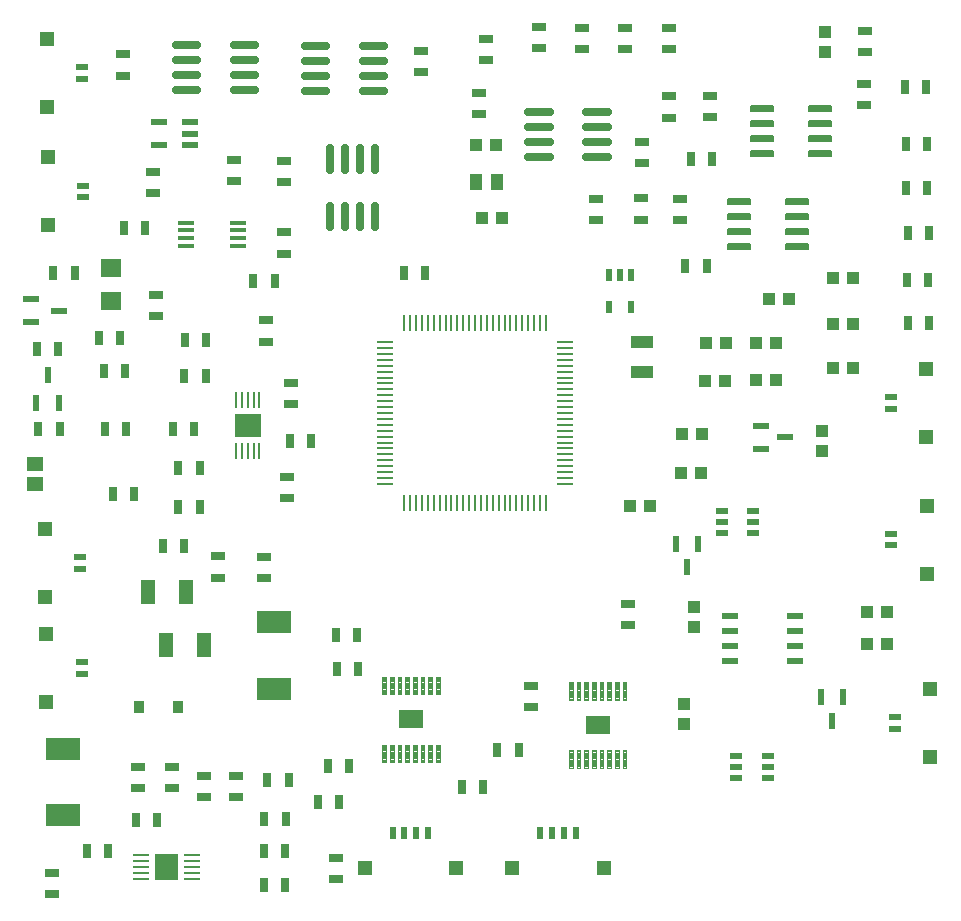
<source format=gbr>
G04 EAGLE Gerber RS-274X export*
G75*
%MOMM*%
%FSLAX34Y34*%
%LPD*%
%INSolderpaste Bottom*%
%IPPOS*%
%AMOC8*
5,1,8,0,0,1.08239X$1,22.5*%
G01*
%ADD10R,0.800000X1.200000*%
%ADD11R,1.200000X0.800000*%
%ADD12R,1.200000X2.000000*%
%ADD13R,1.100000X1.000000*%
%ADD14R,0.812800X1.041400*%
%ADD15R,1.000000X0.550000*%
%ADD16R,1.300000X1.260000*%
%ADD17R,0.550000X1.000000*%
%ADD18R,1.260000X1.300000*%
%ADD19R,1.140000X1.470000*%
%ADD20R,1.000000X1.100000*%
%ADD21R,2.150000X1.600000*%
%ADD22C,0.102500*%
%ADD23R,1.320800X0.558800*%
%ADD24R,0.558800X1.320800*%
%ADD25R,1.473200X0.279400*%
%ADD26R,0.279400X1.473200*%
%ADD27R,1.320800X0.406400*%
%ADD28R,0.279400X1.397000*%
%ADD29R,1.397000X0.279400*%
%ADD30R,0.558800X1.422400*%
%ADD31C,0.700000*%
%ADD32R,1.900000X1.100000*%
%ADD33R,2.997200X1.955800*%
%ADD34R,1.460500X0.558800*%
%ADD35R,0.990600X0.508000*%
%ADD36R,0.508000X0.977900*%
%ADD37R,1.470000X1.200000*%
%ADD38C,0.150000*%
%ADD39R,1.320800X0.508000*%
%ADD40R,1.800000X1.600000*%

G36*
X205742Y61978D02*
X205742Y61978D01*
X205744Y61977D01*
X205787Y61997D01*
X205831Y62015D01*
X205831Y62017D01*
X205833Y62018D01*
X205866Y62103D01*
X205866Y83693D01*
X205866Y83694D01*
X205866Y83696D01*
X205866Y83697D01*
X205846Y83740D01*
X205828Y83784D01*
X205826Y83784D01*
X205825Y83786D01*
X205740Y83819D01*
X186436Y83819D01*
X186434Y83818D01*
X186432Y83819D01*
X186389Y83799D01*
X186345Y83781D01*
X186345Y83779D01*
X186343Y83778D01*
X186310Y83693D01*
X186310Y62103D01*
X186311Y62101D01*
X186310Y62099D01*
X186330Y62056D01*
X186348Y62012D01*
X186350Y62012D01*
X186351Y62010D01*
X186436Y61977D01*
X205740Y61977D01*
X205742Y61978D01*
G37*
G36*
X275466Y436998D02*
X275466Y436998D01*
X275468Y436998D01*
X275511Y437018D01*
X275554Y437036D01*
X275555Y437038D01*
X275557Y437039D01*
X275590Y437124D01*
X275590Y456428D01*
X275589Y456430D01*
X275590Y456432D01*
X275570Y456475D01*
X275552Y456519D01*
X275550Y456519D01*
X275549Y456521D01*
X275464Y456554D01*
X253874Y456554D01*
X253872Y456553D01*
X253870Y456554D01*
X253827Y456534D01*
X253783Y456516D01*
X253782Y456514D01*
X253780Y456513D01*
X253748Y456428D01*
X253748Y437124D01*
X253748Y437122D01*
X253748Y437120D01*
X253767Y437077D01*
X253786Y437033D01*
X253788Y437032D01*
X253789Y437030D01*
X253874Y436998D01*
X275464Y436998D01*
X275466Y436998D01*
G37*
D10*
X281252Y146464D03*
X299252Y146464D03*
D11*
X158916Y742794D03*
X158916Y760794D03*
D10*
X396870Y575684D03*
X414870Y575684D03*
D11*
X460114Y728057D03*
X460114Y710057D03*
X278750Y335467D03*
X278750Y317467D03*
X298142Y402939D03*
X298142Y384939D03*
X280119Y517690D03*
X280119Y535690D03*
D10*
X224053Y410625D03*
X206053Y410625D03*
D12*
X180335Y305671D03*
X212335Y305671D03*
D10*
X160739Y492588D03*
X142739Y492588D03*
X156839Y520508D03*
X138839Y520508D03*
X168597Y388696D03*
X150597Y388696D03*
X161740Y443314D03*
X143740Y443314D03*
D11*
X255016Y131970D03*
X255016Y149970D03*
D10*
X146668Y86106D03*
X128668Y86106D03*
D11*
X99060Y49674D03*
X99060Y67674D03*
D10*
X278274Y86444D03*
X296274Y86444D03*
D11*
X172212Y139590D03*
X172212Y157590D03*
D12*
X195592Y260652D03*
X227592Y260652D03*
D10*
X228975Y488901D03*
X210975Y488901D03*
D13*
X462670Y622046D03*
X479670Y622046D03*
X457844Y684530D03*
X474844Y684530D03*
X759955Y495173D03*
X776955Y495173D03*
X759862Y532916D03*
X776862Y532916D03*
X759914Y571473D03*
X776914Y571473D03*
X722846Y553481D03*
X705846Y553481D03*
X711732Y516801D03*
X694732Y516801D03*
X669417Y516496D03*
X652417Y516496D03*
X669054Y484138D03*
X652054Y484138D03*
D11*
X295854Y610089D03*
X295854Y592089D03*
D10*
X269547Y569183D03*
X287547Y569183D03*
X192848Y344325D03*
X210848Y344325D03*
D14*
X206050Y208602D03*
X173030Y208602D03*
D15*
X809709Y355117D03*
X809709Y345117D03*
D16*
X839609Y378867D03*
X839609Y321317D03*
D15*
X812800Y199748D03*
X812800Y189748D03*
D16*
X842700Y223498D03*
X842700Y165948D03*
D15*
X125576Y639802D03*
X125576Y649802D03*
D16*
X95676Y616052D03*
X95676Y673602D03*
D15*
X124460Y739979D03*
X124460Y749979D03*
D16*
X94560Y716229D03*
X94560Y773779D03*
D17*
X542455Y101693D03*
X532455Y101693D03*
X522455Y101693D03*
X512455Y101693D03*
D18*
X566205Y71793D03*
X488655Y71793D03*
D17*
X417413Y101777D03*
X407413Y101777D03*
X397413Y101777D03*
X387413Y101777D03*
D18*
X441163Y71877D03*
X363613Y71877D03*
D19*
X457952Y652526D03*
X475752Y652526D03*
D13*
X631760Y406092D03*
X648760Y406092D03*
D20*
X634239Y211108D03*
X634239Y194108D03*
D13*
X788860Y261233D03*
X805860Y261233D03*
X805960Y288904D03*
X788960Y288904D03*
D11*
X239684Y317783D03*
X239684Y335783D03*
D10*
X201353Y443791D03*
X219353Y443791D03*
X229455Y519027D03*
X211455Y519027D03*
X224053Y377606D03*
X206053Y377606D03*
D11*
X586570Y295851D03*
X586570Y277851D03*
X504952Y225916D03*
X504952Y207916D03*
D10*
X463914Y140716D03*
X445914Y140716D03*
X324422Y128278D03*
X342422Y128278D03*
X187942Y112200D03*
X169942Y112200D03*
D11*
X227584Y150224D03*
X227584Y132224D03*
D10*
X278867Y113538D03*
X296867Y113538D03*
D11*
X200406Y139844D03*
X200406Y157844D03*
D10*
X840064Y685082D03*
X822064Y685082D03*
D13*
X712323Y484740D03*
X695323Y484740D03*
D10*
X476140Y171704D03*
X494140Y171704D03*
X332776Y158458D03*
X350776Y158458D03*
X177630Y613713D03*
X159630Y613713D03*
D11*
X186883Y557114D03*
X186883Y539114D03*
X295406Y670536D03*
X295406Y652536D03*
X253365Y653486D03*
X253365Y671486D03*
D13*
X605400Y378460D03*
X588400Y378460D03*
D20*
X750993Y424745D03*
X750993Y441745D03*
D13*
X649460Y439030D03*
X632460Y439030D03*
D21*
X561086Y193040D03*
D22*
X585374Y171678D02*
X585374Y157002D01*
X582298Y157002D01*
X582298Y171678D01*
X585374Y171678D01*
X585374Y157976D02*
X582298Y157976D01*
X582298Y158950D02*
X585374Y158950D01*
X585374Y159924D02*
X582298Y159924D01*
X582298Y160898D02*
X585374Y160898D01*
X585374Y161872D02*
X582298Y161872D01*
X582298Y162846D02*
X585374Y162846D01*
X585374Y163820D02*
X582298Y163820D01*
X582298Y164794D02*
X585374Y164794D01*
X585374Y165768D02*
X582298Y165768D01*
X582298Y166742D02*
X585374Y166742D01*
X585374Y167716D02*
X582298Y167716D01*
X582298Y168690D02*
X585374Y168690D01*
X585374Y169664D02*
X582298Y169664D01*
X582298Y170638D02*
X585374Y170638D01*
X585374Y171612D02*
X582298Y171612D01*
X578874Y171678D02*
X578874Y157002D01*
X575798Y157002D01*
X575798Y171678D01*
X578874Y171678D01*
X578874Y157976D02*
X575798Y157976D01*
X575798Y158950D02*
X578874Y158950D01*
X578874Y159924D02*
X575798Y159924D01*
X575798Y160898D02*
X578874Y160898D01*
X578874Y161872D02*
X575798Y161872D01*
X575798Y162846D02*
X578874Y162846D01*
X578874Y163820D02*
X575798Y163820D01*
X575798Y164794D02*
X578874Y164794D01*
X578874Y165768D02*
X575798Y165768D01*
X575798Y166742D02*
X578874Y166742D01*
X578874Y167716D02*
X575798Y167716D01*
X575798Y168690D02*
X578874Y168690D01*
X578874Y169664D02*
X575798Y169664D01*
X575798Y170638D02*
X578874Y170638D01*
X578874Y171612D02*
X575798Y171612D01*
X572374Y171678D02*
X572374Y157002D01*
X569298Y157002D01*
X569298Y171678D01*
X572374Y171678D01*
X572374Y157976D02*
X569298Y157976D01*
X569298Y158950D02*
X572374Y158950D01*
X572374Y159924D02*
X569298Y159924D01*
X569298Y160898D02*
X572374Y160898D01*
X572374Y161872D02*
X569298Y161872D01*
X569298Y162846D02*
X572374Y162846D01*
X572374Y163820D02*
X569298Y163820D01*
X569298Y164794D02*
X572374Y164794D01*
X572374Y165768D02*
X569298Y165768D01*
X569298Y166742D02*
X572374Y166742D01*
X572374Y167716D02*
X569298Y167716D01*
X569298Y168690D02*
X572374Y168690D01*
X572374Y169664D02*
X569298Y169664D01*
X569298Y170638D02*
X572374Y170638D01*
X572374Y171612D02*
X569298Y171612D01*
X565874Y171678D02*
X565874Y157002D01*
X562798Y157002D01*
X562798Y171678D01*
X565874Y171678D01*
X565874Y157976D02*
X562798Y157976D01*
X562798Y158950D02*
X565874Y158950D01*
X565874Y159924D02*
X562798Y159924D01*
X562798Y160898D02*
X565874Y160898D01*
X565874Y161872D02*
X562798Y161872D01*
X562798Y162846D02*
X565874Y162846D01*
X565874Y163820D02*
X562798Y163820D01*
X562798Y164794D02*
X565874Y164794D01*
X565874Y165768D02*
X562798Y165768D01*
X562798Y166742D02*
X565874Y166742D01*
X565874Y167716D02*
X562798Y167716D01*
X562798Y168690D02*
X565874Y168690D01*
X565874Y169664D02*
X562798Y169664D01*
X562798Y170638D02*
X565874Y170638D01*
X565874Y171612D02*
X562798Y171612D01*
X559374Y171678D02*
X559374Y157002D01*
X556298Y157002D01*
X556298Y171678D01*
X559374Y171678D01*
X559374Y157976D02*
X556298Y157976D01*
X556298Y158950D02*
X559374Y158950D01*
X559374Y159924D02*
X556298Y159924D01*
X556298Y160898D02*
X559374Y160898D01*
X559374Y161872D02*
X556298Y161872D01*
X556298Y162846D02*
X559374Y162846D01*
X559374Y163820D02*
X556298Y163820D01*
X556298Y164794D02*
X559374Y164794D01*
X559374Y165768D02*
X556298Y165768D01*
X556298Y166742D02*
X559374Y166742D01*
X559374Y167716D02*
X556298Y167716D01*
X556298Y168690D02*
X559374Y168690D01*
X559374Y169664D02*
X556298Y169664D01*
X556298Y170638D02*
X559374Y170638D01*
X559374Y171612D02*
X556298Y171612D01*
X552874Y171678D02*
X552874Y157002D01*
X549798Y157002D01*
X549798Y171678D01*
X552874Y171678D01*
X552874Y157976D02*
X549798Y157976D01*
X549798Y158950D02*
X552874Y158950D01*
X552874Y159924D02*
X549798Y159924D01*
X549798Y160898D02*
X552874Y160898D01*
X552874Y161872D02*
X549798Y161872D01*
X549798Y162846D02*
X552874Y162846D01*
X552874Y163820D02*
X549798Y163820D01*
X549798Y164794D02*
X552874Y164794D01*
X552874Y165768D02*
X549798Y165768D01*
X549798Y166742D02*
X552874Y166742D01*
X552874Y167716D02*
X549798Y167716D01*
X549798Y168690D02*
X552874Y168690D01*
X552874Y169664D02*
X549798Y169664D01*
X549798Y170638D02*
X552874Y170638D01*
X552874Y171612D02*
X549798Y171612D01*
X546374Y171678D02*
X546374Y157002D01*
X543298Y157002D01*
X543298Y171678D01*
X546374Y171678D01*
X546374Y157976D02*
X543298Y157976D01*
X543298Y158950D02*
X546374Y158950D01*
X546374Y159924D02*
X543298Y159924D01*
X543298Y160898D02*
X546374Y160898D01*
X546374Y161872D02*
X543298Y161872D01*
X543298Y162846D02*
X546374Y162846D01*
X546374Y163820D02*
X543298Y163820D01*
X543298Y164794D02*
X546374Y164794D01*
X546374Y165768D02*
X543298Y165768D01*
X543298Y166742D02*
X546374Y166742D01*
X546374Y167716D02*
X543298Y167716D01*
X543298Y168690D02*
X546374Y168690D01*
X546374Y169664D02*
X543298Y169664D01*
X543298Y170638D02*
X546374Y170638D01*
X546374Y171612D02*
X543298Y171612D01*
X539874Y171678D02*
X539874Y157002D01*
X536798Y157002D01*
X536798Y171678D01*
X539874Y171678D01*
X539874Y157976D02*
X536798Y157976D01*
X536798Y158950D02*
X539874Y158950D01*
X539874Y159924D02*
X536798Y159924D01*
X536798Y160898D02*
X539874Y160898D01*
X539874Y161872D02*
X536798Y161872D01*
X536798Y162846D02*
X539874Y162846D01*
X539874Y163820D02*
X536798Y163820D01*
X536798Y164794D02*
X539874Y164794D01*
X539874Y165768D02*
X536798Y165768D01*
X536798Y166742D02*
X539874Y166742D01*
X539874Y167716D02*
X536798Y167716D01*
X536798Y168690D02*
X539874Y168690D01*
X539874Y169664D02*
X536798Y169664D01*
X536798Y170638D02*
X539874Y170638D01*
X539874Y171612D02*
X536798Y171612D01*
X539874Y214402D02*
X539874Y229078D01*
X539874Y214402D02*
X536798Y214402D01*
X536798Y229078D01*
X539874Y229078D01*
X539874Y215376D02*
X536798Y215376D01*
X536798Y216350D02*
X539874Y216350D01*
X539874Y217324D02*
X536798Y217324D01*
X536798Y218298D02*
X539874Y218298D01*
X539874Y219272D02*
X536798Y219272D01*
X536798Y220246D02*
X539874Y220246D01*
X539874Y221220D02*
X536798Y221220D01*
X536798Y222194D02*
X539874Y222194D01*
X539874Y223168D02*
X536798Y223168D01*
X536798Y224142D02*
X539874Y224142D01*
X539874Y225116D02*
X536798Y225116D01*
X536798Y226090D02*
X539874Y226090D01*
X539874Y227064D02*
X536798Y227064D01*
X536798Y228038D02*
X539874Y228038D01*
X539874Y229012D02*
X536798Y229012D01*
X546374Y229078D02*
X546374Y214402D01*
X543298Y214402D01*
X543298Y229078D01*
X546374Y229078D01*
X546374Y215376D02*
X543298Y215376D01*
X543298Y216350D02*
X546374Y216350D01*
X546374Y217324D02*
X543298Y217324D01*
X543298Y218298D02*
X546374Y218298D01*
X546374Y219272D02*
X543298Y219272D01*
X543298Y220246D02*
X546374Y220246D01*
X546374Y221220D02*
X543298Y221220D01*
X543298Y222194D02*
X546374Y222194D01*
X546374Y223168D02*
X543298Y223168D01*
X543298Y224142D02*
X546374Y224142D01*
X546374Y225116D02*
X543298Y225116D01*
X543298Y226090D02*
X546374Y226090D01*
X546374Y227064D02*
X543298Y227064D01*
X543298Y228038D02*
X546374Y228038D01*
X546374Y229012D02*
X543298Y229012D01*
X552874Y229078D02*
X552874Y214402D01*
X549798Y214402D01*
X549798Y229078D01*
X552874Y229078D01*
X552874Y215376D02*
X549798Y215376D01*
X549798Y216350D02*
X552874Y216350D01*
X552874Y217324D02*
X549798Y217324D01*
X549798Y218298D02*
X552874Y218298D01*
X552874Y219272D02*
X549798Y219272D01*
X549798Y220246D02*
X552874Y220246D01*
X552874Y221220D02*
X549798Y221220D01*
X549798Y222194D02*
X552874Y222194D01*
X552874Y223168D02*
X549798Y223168D01*
X549798Y224142D02*
X552874Y224142D01*
X552874Y225116D02*
X549798Y225116D01*
X549798Y226090D02*
X552874Y226090D01*
X552874Y227064D02*
X549798Y227064D01*
X549798Y228038D02*
X552874Y228038D01*
X552874Y229012D02*
X549798Y229012D01*
X559374Y229078D02*
X559374Y214402D01*
X556298Y214402D01*
X556298Y229078D01*
X559374Y229078D01*
X559374Y215376D02*
X556298Y215376D01*
X556298Y216350D02*
X559374Y216350D01*
X559374Y217324D02*
X556298Y217324D01*
X556298Y218298D02*
X559374Y218298D01*
X559374Y219272D02*
X556298Y219272D01*
X556298Y220246D02*
X559374Y220246D01*
X559374Y221220D02*
X556298Y221220D01*
X556298Y222194D02*
X559374Y222194D01*
X559374Y223168D02*
X556298Y223168D01*
X556298Y224142D02*
X559374Y224142D01*
X559374Y225116D02*
X556298Y225116D01*
X556298Y226090D02*
X559374Y226090D01*
X559374Y227064D02*
X556298Y227064D01*
X556298Y228038D02*
X559374Y228038D01*
X559374Y229012D02*
X556298Y229012D01*
X565874Y229078D02*
X565874Y214402D01*
X562798Y214402D01*
X562798Y229078D01*
X565874Y229078D01*
X565874Y215376D02*
X562798Y215376D01*
X562798Y216350D02*
X565874Y216350D01*
X565874Y217324D02*
X562798Y217324D01*
X562798Y218298D02*
X565874Y218298D01*
X565874Y219272D02*
X562798Y219272D01*
X562798Y220246D02*
X565874Y220246D01*
X565874Y221220D02*
X562798Y221220D01*
X562798Y222194D02*
X565874Y222194D01*
X565874Y223168D02*
X562798Y223168D01*
X562798Y224142D02*
X565874Y224142D01*
X565874Y225116D02*
X562798Y225116D01*
X562798Y226090D02*
X565874Y226090D01*
X565874Y227064D02*
X562798Y227064D01*
X562798Y228038D02*
X565874Y228038D01*
X565874Y229012D02*
X562798Y229012D01*
X572374Y229078D02*
X572374Y214402D01*
X569298Y214402D01*
X569298Y229078D01*
X572374Y229078D01*
X572374Y215376D02*
X569298Y215376D01*
X569298Y216350D02*
X572374Y216350D01*
X572374Y217324D02*
X569298Y217324D01*
X569298Y218298D02*
X572374Y218298D01*
X572374Y219272D02*
X569298Y219272D01*
X569298Y220246D02*
X572374Y220246D01*
X572374Y221220D02*
X569298Y221220D01*
X569298Y222194D02*
X572374Y222194D01*
X572374Y223168D02*
X569298Y223168D01*
X569298Y224142D02*
X572374Y224142D01*
X572374Y225116D02*
X569298Y225116D01*
X569298Y226090D02*
X572374Y226090D01*
X572374Y227064D02*
X569298Y227064D01*
X569298Y228038D02*
X572374Y228038D01*
X572374Y229012D02*
X569298Y229012D01*
X578874Y229078D02*
X578874Y214402D01*
X575798Y214402D01*
X575798Y229078D01*
X578874Y229078D01*
X578874Y215376D02*
X575798Y215376D01*
X575798Y216350D02*
X578874Y216350D01*
X578874Y217324D02*
X575798Y217324D01*
X575798Y218298D02*
X578874Y218298D01*
X578874Y219272D02*
X575798Y219272D01*
X575798Y220246D02*
X578874Y220246D01*
X578874Y221220D02*
X575798Y221220D01*
X575798Y222194D02*
X578874Y222194D01*
X578874Y223168D02*
X575798Y223168D01*
X575798Y224142D02*
X578874Y224142D01*
X578874Y225116D02*
X575798Y225116D01*
X575798Y226090D02*
X578874Y226090D01*
X578874Y227064D02*
X575798Y227064D01*
X575798Y228038D02*
X578874Y228038D01*
X578874Y229012D02*
X575798Y229012D01*
X585374Y229078D02*
X585374Y214402D01*
X582298Y214402D01*
X582298Y229078D01*
X585374Y229078D01*
X585374Y215376D02*
X582298Y215376D01*
X582298Y216350D02*
X585374Y216350D01*
X585374Y217324D02*
X582298Y217324D01*
X582298Y218298D02*
X585374Y218298D01*
X585374Y219272D02*
X582298Y219272D01*
X582298Y220246D02*
X585374Y220246D01*
X585374Y221220D02*
X582298Y221220D01*
X582298Y222194D02*
X585374Y222194D01*
X585374Y223168D02*
X582298Y223168D01*
X582298Y224142D02*
X585374Y224142D01*
X585374Y225116D02*
X582298Y225116D01*
X582298Y226090D02*
X585374Y226090D01*
X585374Y227064D02*
X582298Y227064D01*
X582298Y228038D02*
X585374Y228038D01*
X585374Y229012D02*
X582298Y229012D01*
D23*
X699485Y427118D03*
X699485Y446168D03*
X719805Y436643D03*
D24*
X750005Y217164D03*
X769055Y217164D03*
X759530Y196844D03*
D25*
X533400Y517200D03*
X533400Y512200D03*
X533400Y507200D03*
X533400Y502200D03*
X533400Y497200D03*
X533400Y492200D03*
X533400Y487200D03*
X533400Y482200D03*
X533400Y477200D03*
X533400Y472200D03*
X533400Y467200D03*
X533400Y462200D03*
X533400Y457200D03*
X533400Y452200D03*
X533400Y447200D03*
X533400Y442200D03*
X533400Y437200D03*
X533400Y432200D03*
X533400Y427200D03*
X533400Y422200D03*
X533400Y417200D03*
X533400Y412200D03*
X533400Y407200D03*
X533400Y402200D03*
X533400Y397200D03*
D26*
X517200Y381000D03*
X512200Y381000D03*
X507200Y381000D03*
X502200Y381000D03*
X497200Y381000D03*
X492200Y381000D03*
X487200Y381000D03*
X482200Y381000D03*
X477200Y381000D03*
X472200Y381000D03*
X467200Y381000D03*
X462200Y381000D03*
X457200Y381000D03*
X452200Y381000D03*
X447200Y381000D03*
X442200Y381000D03*
X437200Y381000D03*
X432200Y381000D03*
X427200Y381000D03*
X422200Y381000D03*
X417200Y381000D03*
X412200Y381000D03*
X407200Y381000D03*
X402200Y381000D03*
X397200Y381000D03*
D25*
X381000Y397200D03*
X381000Y402200D03*
X381000Y407200D03*
X381000Y412200D03*
X381000Y417200D03*
X381000Y422200D03*
X381000Y427200D03*
X381000Y432200D03*
X381000Y437200D03*
X381000Y442200D03*
X381000Y447200D03*
X381000Y452200D03*
X381000Y457200D03*
X381000Y462200D03*
X381000Y467200D03*
X381000Y472200D03*
X381000Y477200D03*
X381000Y482200D03*
X381000Y487200D03*
X381000Y492200D03*
X381000Y497200D03*
X381000Y502200D03*
X381000Y507200D03*
X381000Y512200D03*
X381000Y517200D03*
D26*
X397200Y533400D03*
X402200Y533400D03*
X407200Y533400D03*
X412200Y533400D03*
X417200Y533400D03*
X422200Y533400D03*
X427200Y533400D03*
X432200Y533400D03*
X437200Y533400D03*
X442200Y533400D03*
X447200Y533400D03*
X452200Y533400D03*
X457200Y533400D03*
X462200Y533400D03*
X467200Y533400D03*
X472200Y533400D03*
X477200Y533400D03*
X482200Y533400D03*
X487200Y533400D03*
X492200Y533400D03*
X497200Y533400D03*
X502200Y533400D03*
X507200Y533400D03*
X512200Y533400D03*
X517200Y533400D03*
D27*
X256558Y618496D03*
X256558Y611993D03*
X256558Y605491D03*
X256558Y598988D03*
X212362Y598988D03*
X212362Y605491D03*
X212362Y611993D03*
X212362Y618496D03*
D21*
X402972Y197836D03*
D22*
X427260Y176474D02*
X427260Y161798D01*
X424184Y161798D01*
X424184Y176474D01*
X427260Y176474D01*
X427260Y162772D02*
X424184Y162772D01*
X424184Y163746D02*
X427260Y163746D01*
X427260Y164720D02*
X424184Y164720D01*
X424184Y165694D02*
X427260Y165694D01*
X427260Y166668D02*
X424184Y166668D01*
X424184Y167642D02*
X427260Y167642D01*
X427260Y168616D02*
X424184Y168616D01*
X424184Y169590D02*
X427260Y169590D01*
X427260Y170564D02*
X424184Y170564D01*
X424184Y171538D02*
X427260Y171538D01*
X427260Y172512D02*
X424184Y172512D01*
X424184Y173486D02*
X427260Y173486D01*
X427260Y174460D02*
X424184Y174460D01*
X424184Y175434D02*
X427260Y175434D01*
X427260Y176408D02*
X424184Y176408D01*
X420760Y176474D02*
X420760Y161798D01*
X417684Y161798D01*
X417684Y176474D01*
X420760Y176474D01*
X420760Y162772D02*
X417684Y162772D01*
X417684Y163746D02*
X420760Y163746D01*
X420760Y164720D02*
X417684Y164720D01*
X417684Y165694D02*
X420760Y165694D01*
X420760Y166668D02*
X417684Y166668D01*
X417684Y167642D02*
X420760Y167642D01*
X420760Y168616D02*
X417684Y168616D01*
X417684Y169590D02*
X420760Y169590D01*
X420760Y170564D02*
X417684Y170564D01*
X417684Y171538D02*
X420760Y171538D01*
X420760Y172512D02*
X417684Y172512D01*
X417684Y173486D02*
X420760Y173486D01*
X420760Y174460D02*
X417684Y174460D01*
X417684Y175434D02*
X420760Y175434D01*
X420760Y176408D02*
X417684Y176408D01*
X414260Y176474D02*
X414260Y161798D01*
X411184Y161798D01*
X411184Y176474D01*
X414260Y176474D01*
X414260Y162772D02*
X411184Y162772D01*
X411184Y163746D02*
X414260Y163746D01*
X414260Y164720D02*
X411184Y164720D01*
X411184Y165694D02*
X414260Y165694D01*
X414260Y166668D02*
X411184Y166668D01*
X411184Y167642D02*
X414260Y167642D01*
X414260Y168616D02*
X411184Y168616D01*
X411184Y169590D02*
X414260Y169590D01*
X414260Y170564D02*
X411184Y170564D01*
X411184Y171538D02*
X414260Y171538D01*
X414260Y172512D02*
X411184Y172512D01*
X411184Y173486D02*
X414260Y173486D01*
X414260Y174460D02*
X411184Y174460D01*
X411184Y175434D02*
X414260Y175434D01*
X414260Y176408D02*
X411184Y176408D01*
X407760Y176474D02*
X407760Y161798D01*
X404684Y161798D01*
X404684Y176474D01*
X407760Y176474D01*
X407760Y162772D02*
X404684Y162772D01*
X404684Y163746D02*
X407760Y163746D01*
X407760Y164720D02*
X404684Y164720D01*
X404684Y165694D02*
X407760Y165694D01*
X407760Y166668D02*
X404684Y166668D01*
X404684Y167642D02*
X407760Y167642D01*
X407760Y168616D02*
X404684Y168616D01*
X404684Y169590D02*
X407760Y169590D01*
X407760Y170564D02*
X404684Y170564D01*
X404684Y171538D02*
X407760Y171538D01*
X407760Y172512D02*
X404684Y172512D01*
X404684Y173486D02*
X407760Y173486D01*
X407760Y174460D02*
X404684Y174460D01*
X404684Y175434D02*
X407760Y175434D01*
X407760Y176408D02*
X404684Y176408D01*
X401260Y176474D02*
X401260Y161798D01*
X398184Y161798D01*
X398184Y176474D01*
X401260Y176474D01*
X401260Y162772D02*
X398184Y162772D01*
X398184Y163746D02*
X401260Y163746D01*
X401260Y164720D02*
X398184Y164720D01*
X398184Y165694D02*
X401260Y165694D01*
X401260Y166668D02*
X398184Y166668D01*
X398184Y167642D02*
X401260Y167642D01*
X401260Y168616D02*
X398184Y168616D01*
X398184Y169590D02*
X401260Y169590D01*
X401260Y170564D02*
X398184Y170564D01*
X398184Y171538D02*
X401260Y171538D01*
X401260Y172512D02*
X398184Y172512D01*
X398184Y173486D02*
X401260Y173486D01*
X401260Y174460D02*
X398184Y174460D01*
X398184Y175434D02*
X401260Y175434D01*
X401260Y176408D02*
X398184Y176408D01*
X394760Y176474D02*
X394760Y161798D01*
X391684Y161798D01*
X391684Y176474D01*
X394760Y176474D01*
X394760Y162772D02*
X391684Y162772D01*
X391684Y163746D02*
X394760Y163746D01*
X394760Y164720D02*
X391684Y164720D01*
X391684Y165694D02*
X394760Y165694D01*
X394760Y166668D02*
X391684Y166668D01*
X391684Y167642D02*
X394760Y167642D01*
X394760Y168616D02*
X391684Y168616D01*
X391684Y169590D02*
X394760Y169590D01*
X394760Y170564D02*
X391684Y170564D01*
X391684Y171538D02*
X394760Y171538D01*
X394760Y172512D02*
X391684Y172512D01*
X391684Y173486D02*
X394760Y173486D01*
X394760Y174460D02*
X391684Y174460D01*
X391684Y175434D02*
X394760Y175434D01*
X394760Y176408D02*
X391684Y176408D01*
X388260Y176474D02*
X388260Y161798D01*
X385184Y161798D01*
X385184Y176474D01*
X388260Y176474D01*
X388260Y162772D02*
X385184Y162772D01*
X385184Y163746D02*
X388260Y163746D01*
X388260Y164720D02*
X385184Y164720D01*
X385184Y165694D02*
X388260Y165694D01*
X388260Y166668D02*
X385184Y166668D01*
X385184Y167642D02*
X388260Y167642D01*
X388260Y168616D02*
X385184Y168616D01*
X385184Y169590D02*
X388260Y169590D01*
X388260Y170564D02*
X385184Y170564D01*
X385184Y171538D02*
X388260Y171538D01*
X388260Y172512D02*
X385184Y172512D01*
X385184Y173486D02*
X388260Y173486D01*
X388260Y174460D02*
X385184Y174460D01*
X385184Y175434D02*
X388260Y175434D01*
X388260Y176408D02*
X385184Y176408D01*
X381760Y176474D02*
X381760Y161798D01*
X378684Y161798D01*
X378684Y176474D01*
X381760Y176474D01*
X381760Y162772D02*
X378684Y162772D01*
X378684Y163746D02*
X381760Y163746D01*
X381760Y164720D02*
X378684Y164720D01*
X378684Y165694D02*
X381760Y165694D01*
X381760Y166668D02*
X378684Y166668D01*
X378684Y167642D02*
X381760Y167642D01*
X381760Y168616D02*
X378684Y168616D01*
X378684Y169590D02*
X381760Y169590D01*
X381760Y170564D02*
X378684Y170564D01*
X378684Y171538D02*
X381760Y171538D01*
X381760Y172512D02*
X378684Y172512D01*
X378684Y173486D02*
X381760Y173486D01*
X381760Y174460D02*
X378684Y174460D01*
X378684Y175434D02*
X381760Y175434D01*
X381760Y176408D02*
X378684Y176408D01*
X381760Y219198D02*
X381760Y233874D01*
X381760Y219198D02*
X378684Y219198D01*
X378684Y233874D01*
X381760Y233874D01*
X381760Y220172D02*
X378684Y220172D01*
X378684Y221146D02*
X381760Y221146D01*
X381760Y222120D02*
X378684Y222120D01*
X378684Y223094D02*
X381760Y223094D01*
X381760Y224068D02*
X378684Y224068D01*
X378684Y225042D02*
X381760Y225042D01*
X381760Y226016D02*
X378684Y226016D01*
X378684Y226990D02*
X381760Y226990D01*
X381760Y227964D02*
X378684Y227964D01*
X378684Y228938D02*
X381760Y228938D01*
X381760Y229912D02*
X378684Y229912D01*
X378684Y230886D02*
X381760Y230886D01*
X381760Y231860D02*
X378684Y231860D01*
X378684Y232834D02*
X381760Y232834D01*
X381760Y233808D02*
X378684Y233808D01*
X388260Y233874D02*
X388260Y219198D01*
X385184Y219198D01*
X385184Y233874D01*
X388260Y233874D01*
X388260Y220172D02*
X385184Y220172D01*
X385184Y221146D02*
X388260Y221146D01*
X388260Y222120D02*
X385184Y222120D01*
X385184Y223094D02*
X388260Y223094D01*
X388260Y224068D02*
X385184Y224068D01*
X385184Y225042D02*
X388260Y225042D01*
X388260Y226016D02*
X385184Y226016D01*
X385184Y226990D02*
X388260Y226990D01*
X388260Y227964D02*
X385184Y227964D01*
X385184Y228938D02*
X388260Y228938D01*
X388260Y229912D02*
X385184Y229912D01*
X385184Y230886D02*
X388260Y230886D01*
X388260Y231860D02*
X385184Y231860D01*
X385184Y232834D02*
X388260Y232834D01*
X388260Y233808D02*
X385184Y233808D01*
X394760Y233874D02*
X394760Y219198D01*
X391684Y219198D01*
X391684Y233874D01*
X394760Y233874D01*
X394760Y220172D02*
X391684Y220172D01*
X391684Y221146D02*
X394760Y221146D01*
X394760Y222120D02*
X391684Y222120D01*
X391684Y223094D02*
X394760Y223094D01*
X394760Y224068D02*
X391684Y224068D01*
X391684Y225042D02*
X394760Y225042D01*
X394760Y226016D02*
X391684Y226016D01*
X391684Y226990D02*
X394760Y226990D01*
X394760Y227964D02*
X391684Y227964D01*
X391684Y228938D02*
X394760Y228938D01*
X394760Y229912D02*
X391684Y229912D01*
X391684Y230886D02*
X394760Y230886D01*
X394760Y231860D02*
X391684Y231860D01*
X391684Y232834D02*
X394760Y232834D01*
X394760Y233808D02*
X391684Y233808D01*
X401260Y233874D02*
X401260Y219198D01*
X398184Y219198D01*
X398184Y233874D01*
X401260Y233874D01*
X401260Y220172D02*
X398184Y220172D01*
X398184Y221146D02*
X401260Y221146D01*
X401260Y222120D02*
X398184Y222120D01*
X398184Y223094D02*
X401260Y223094D01*
X401260Y224068D02*
X398184Y224068D01*
X398184Y225042D02*
X401260Y225042D01*
X401260Y226016D02*
X398184Y226016D01*
X398184Y226990D02*
X401260Y226990D01*
X401260Y227964D02*
X398184Y227964D01*
X398184Y228938D02*
X401260Y228938D01*
X401260Y229912D02*
X398184Y229912D01*
X398184Y230886D02*
X401260Y230886D01*
X401260Y231860D02*
X398184Y231860D01*
X398184Y232834D02*
X401260Y232834D01*
X401260Y233808D02*
X398184Y233808D01*
X407760Y233874D02*
X407760Y219198D01*
X404684Y219198D01*
X404684Y233874D01*
X407760Y233874D01*
X407760Y220172D02*
X404684Y220172D01*
X404684Y221146D02*
X407760Y221146D01*
X407760Y222120D02*
X404684Y222120D01*
X404684Y223094D02*
X407760Y223094D01*
X407760Y224068D02*
X404684Y224068D01*
X404684Y225042D02*
X407760Y225042D01*
X407760Y226016D02*
X404684Y226016D01*
X404684Y226990D02*
X407760Y226990D01*
X407760Y227964D02*
X404684Y227964D01*
X404684Y228938D02*
X407760Y228938D01*
X407760Y229912D02*
X404684Y229912D01*
X404684Y230886D02*
X407760Y230886D01*
X407760Y231860D02*
X404684Y231860D01*
X404684Y232834D02*
X407760Y232834D01*
X407760Y233808D02*
X404684Y233808D01*
X414260Y233874D02*
X414260Y219198D01*
X411184Y219198D01*
X411184Y233874D01*
X414260Y233874D01*
X414260Y220172D02*
X411184Y220172D01*
X411184Y221146D02*
X414260Y221146D01*
X414260Y222120D02*
X411184Y222120D01*
X411184Y223094D02*
X414260Y223094D01*
X414260Y224068D02*
X411184Y224068D01*
X411184Y225042D02*
X414260Y225042D01*
X414260Y226016D02*
X411184Y226016D01*
X411184Y226990D02*
X414260Y226990D01*
X414260Y227964D02*
X411184Y227964D01*
X411184Y228938D02*
X414260Y228938D01*
X414260Y229912D02*
X411184Y229912D01*
X411184Y230886D02*
X414260Y230886D01*
X414260Y231860D02*
X411184Y231860D01*
X411184Y232834D02*
X414260Y232834D01*
X414260Y233808D02*
X411184Y233808D01*
X420760Y233874D02*
X420760Y219198D01*
X417684Y219198D01*
X417684Y233874D01*
X420760Y233874D01*
X420760Y220172D02*
X417684Y220172D01*
X417684Y221146D02*
X420760Y221146D01*
X420760Y222120D02*
X417684Y222120D01*
X417684Y223094D02*
X420760Y223094D01*
X420760Y224068D02*
X417684Y224068D01*
X417684Y225042D02*
X420760Y225042D01*
X420760Y226016D02*
X417684Y226016D01*
X417684Y226990D02*
X420760Y226990D01*
X420760Y227964D02*
X417684Y227964D01*
X417684Y228938D02*
X420760Y228938D01*
X420760Y229912D02*
X417684Y229912D01*
X417684Y230886D02*
X420760Y230886D01*
X420760Y231860D02*
X417684Y231860D01*
X417684Y232834D02*
X420760Y232834D01*
X420760Y233808D02*
X417684Y233808D01*
X427260Y233874D02*
X427260Y219198D01*
X424184Y219198D01*
X424184Y233874D01*
X427260Y233874D01*
X427260Y220172D02*
X424184Y220172D01*
X424184Y221146D02*
X427260Y221146D01*
X427260Y222120D02*
X424184Y222120D01*
X424184Y223094D02*
X427260Y223094D01*
X427260Y224068D02*
X424184Y224068D01*
X424184Y225042D02*
X427260Y225042D01*
X427260Y226016D02*
X424184Y226016D01*
X424184Y226990D02*
X427260Y226990D01*
X427260Y227964D02*
X424184Y227964D01*
X424184Y228938D02*
X427260Y228938D01*
X427260Y229912D02*
X424184Y229912D01*
X424184Y230886D02*
X427260Y230886D01*
X427260Y231860D02*
X424184Y231860D01*
X424184Y232834D02*
X427260Y232834D01*
X427260Y233808D02*
X424184Y233808D01*
D28*
X274676Y424932D03*
X269673Y424932D03*
X264669Y424932D03*
X259665Y424932D03*
X254661Y424932D03*
X254661Y468620D03*
X259665Y468620D03*
X264669Y468620D03*
X269673Y468620D03*
X274676Y468620D03*
D29*
X174244Y62890D03*
X174244Y67894D03*
X174244Y72898D03*
X174244Y77902D03*
X174244Y82906D03*
X217932Y82906D03*
X217932Y77902D03*
X217932Y72898D03*
X217932Y67894D03*
X217932Y62890D03*
D30*
X627253Y346202D03*
X646303Y346202D03*
X636778Y326898D03*
D31*
X270990Y768604D02*
X252990Y768604D01*
X252990Y755904D02*
X270990Y755904D01*
X270990Y743204D02*
X252990Y743204D01*
X252990Y730504D02*
X270990Y730504D01*
X221990Y768604D02*
X203990Y768604D01*
X203990Y755904D02*
X221990Y755904D01*
X221990Y743204D02*
X203990Y743204D01*
X203990Y730504D02*
X221990Y730504D01*
X372872Y632370D02*
X372872Y614370D01*
X360172Y614370D02*
X360172Y632370D01*
X347472Y632370D02*
X347472Y614370D01*
X334772Y614370D02*
X334772Y632370D01*
X372872Y663370D02*
X372872Y681370D01*
X360172Y681370D02*
X360172Y663370D01*
X347472Y663370D02*
X347472Y681370D01*
X334772Y681370D02*
X334772Y663370D01*
X502398Y674184D02*
X520398Y674184D01*
X520398Y686884D02*
X502398Y686884D01*
X502398Y699584D02*
X520398Y699584D01*
X520398Y712284D02*
X502398Y712284D01*
X551398Y674184D02*
X569398Y674184D01*
X569398Y686884D02*
X551398Y686884D01*
X551398Y699584D02*
X569398Y699584D01*
X569398Y712284D02*
X551398Y712284D01*
D10*
X841730Y609624D03*
X823730Y609624D03*
D20*
X642876Y292643D03*
X642876Y275643D03*
D15*
X809156Y470510D03*
X809156Y460510D03*
D16*
X839056Y494260D03*
X839056Y436710D03*
D15*
X122836Y325222D03*
X122836Y335222D03*
D16*
X92936Y301472D03*
X92936Y359022D03*
D24*
X104930Y465867D03*
X85880Y465867D03*
X95405Y489743D03*
D23*
X80964Y534395D03*
X80964Y553445D03*
X104840Y543920D03*
D10*
X105544Y443286D03*
X87544Y443286D03*
X86016Y511540D03*
X104016Y511540D03*
D20*
X753072Y779768D03*
X753072Y762768D03*
D32*
X598510Y491946D03*
X598510Y516946D03*
D33*
X286842Y223642D03*
X286842Y280142D03*
X108204Y173030D03*
X108204Y116530D03*
D34*
X673254Y247639D03*
X673254Y260339D03*
X673254Y273039D03*
X673254Y285739D03*
X727737Y285739D03*
X727737Y273039D03*
X727737Y260339D03*
X727737Y247639D03*
D35*
X665926Y355286D03*
X665926Y364786D03*
X665926Y374286D03*
X692850Y374286D03*
X692850Y364786D03*
X692850Y355286D03*
X678388Y147821D03*
X678388Y157321D03*
X678388Y166821D03*
X705312Y166821D03*
X705312Y157321D03*
X705312Y147821D03*
D15*
X124206Y236474D03*
X124206Y246474D03*
D16*
X94306Y212724D03*
X94306Y270274D03*
D11*
X300990Y464964D03*
X300990Y482964D03*
D10*
X318118Y433324D03*
X300118Y433324D03*
X278528Y57912D03*
X296528Y57912D03*
D11*
X339320Y80714D03*
X339320Y62714D03*
X411064Y763692D03*
X411064Y745692D03*
D31*
X380210Y767842D02*
X362210Y767842D01*
X362210Y755142D02*
X380210Y755142D01*
X380210Y742442D02*
X362210Y742442D01*
X362210Y729742D02*
X380210Y729742D01*
X331210Y767842D02*
X313210Y767842D01*
X313210Y755142D02*
X331210Y755142D01*
X331210Y742442D02*
X313210Y742442D01*
X313210Y729742D02*
X331210Y729742D01*
D36*
X570446Y573941D03*
X579946Y573941D03*
X589446Y573941D03*
X589446Y546636D03*
X570446Y546636D03*
D11*
X466356Y756246D03*
X466356Y774246D03*
D37*
X84444Y396980D03*
X84444Y414180D03*
D11*
X787200Y762800D03*
X787200Y780800D03*
D38*
X758500Y717100D02*
X740300Y717100D01*
X758500Y717100D02*
X758500Y712600D01*
X740300Y712600D01*
X740300Y717100D01*
X740300Y714025D02*
X758500Y714025D01*
X758500Y715450D02*
X740300Y715450D01*
X740300Y716875D02*
X758500Y716875D01*
X758500Y704400D02*
X740300Y704400D01*
X758500Y704400D02*
X758500Y699900D01*
X740300Y699900D01*
X740300Y704400D01*
X740300Y701325D02*
X758500Y701325D01*
X758500Y702750D02*
X740300Y702750D01*
X740300Y704175D02*
X758500Y704175D01*
X758500Y691700D02*
X740300Y691700D01*
X758500Y691700D02*
X758500Y687200D01*
X740300Y687200D01*
X740300Y691700D01*
X740300Y688625D02*
X758500Y688625D01*
X758500Y690050D02*
X740300Y690050D01*
X740300Y691475D02*
X758500Y691475D01*
X758500Y679000D02*
X740300Y679000D01*
X758500Y679000D02*
X758500Y674500D01*
X740300Y674500D01*
X740300Y679000D01*
X740300Y675925D02*
X758500Y675925D01*
X758500Y677350D02*
X740300Y677350D01*
X740300Y678775D02*
X758500Y678775D01*
X709100Y679000D02*
X690900Y679000D01*
X709100Y679000D02*
X709100Y674500D01*
X690900Y674500D01*
X690900Y679000D01*
X690900Y675925D02*
X709100Y675925D01*
X709100Y677350D02*
X690900Y677350D01*
X690900Y678775D02*
X709100Y678775D01*
X709100Y691700D02*
X690900Y691700D01*
X709100Y691700D02*
X709100Y687200D01*
X690900Y687200D01*
X690900Y691700D01*
X690900Y688625D02*
X709100Y688625D01*
X709100Y690050D02*
X690900Y690050D01*
X690900Y691475D02*
X709100Y691475D01*
X709100Y704400D02*
X690900Y704400D01*
X709100Y704400D02*
X709100Y699900D01*
X690900Y699900D01*
X690900Y704400D01*
X690900Y701325D02*
X709100Y701325D01*
X709100Y702750D02*
X690900Y702750D01*
X690900Y704175D02*
X709100Y704175D01*
X709100Y717100D02*
X690900Y717100D01*
X709100Y717100D02*
X709100Y712600D01*
X690900Y712600D01*
X690900Y717100D01*
X690900Y714025D02*
X709100Y714025D01*
X709100Y715450D02*
X690900Y715450D01*
X690900Y716875D02*
X709100Y716875D01*
D10*
X840000Y647700D03*
X822000Y647700D03*
X841100Y570100D03*
X823100Y570100D03*
D38*
X739000Y638400D02*
X720800Y638400D01*
X739000Y638400D02*
X739000Y633900D01*
X720800Y633900D01*
X720800Y638400D01*
X720800Y635325D02*
X739000Y635325D01*
X739000Y636750D02*
X720800Y636750D01*
X720800Y638175D02*
X739000Y638175D01*
X739000Y625700D02*
X720800Y625700D01*
X739000Y625700D02*
X739000Y621200D01*
X720800Y621200D01*
X720800Y625700D01*
X720800Y622625D02*
X739000Y622625D01*
X739000Y624050D02*
X720800Y624050D01*
X720800Y625475D02*
X739000Y625475D01*
X739000Y613000D02*
X720800Y613000D01*
X739000Y613000D02*
X739000Y608500D01*
X720800Y608500D01*
X720800Y613000D01*
X720800Y609925D02*
X739000Y609925D01*
X739000Y611350D02*
X720800Y611350D01*
X720800Y612775D02*
X739000Y612775D01*
X739000Y600300D02*
X720800Y600300D01*
X739000Y600300D02*
X739000Y595800D01*
X720800Y595800D01*
X720800Y600300D01*
X720800Y597225D02*
X739000Y597225D01*
X739000Y598650D02*
X720800Y598650D01*
X720800Y600075D02*
X739000Y600075D01*
X689600Y600300D02*
X671400Y600300D01*
X689600Y600300D02*
X689600Y595800D01*
X671400Y595800D01*
X671400Y600300D01*
X671400Y597225D02*
X689600Y597225D01*
X689600Y598650D02*
X671400Y598650D01*
X671400Y600075D02*
X689600Y600075D01*
X689600Y613000D02*
X671400Y613000D01*
X689600Y613000D02*
X689600Y608500D01*
X671400Y608500D01*
X671400Y613000D01*
X671400Y609925D02*
X689600Y609925D01*
X689600Y611350D02*
X671400Y611350D01*
X671400Y612775D02*
X689600Y612775D01*
X689600Y625700D02*
X671400Y625700D01*
X689600Y625700D02*
X689600Y621200D01*
X671400Y621200D01*
X671400Y625700D01*
X671400Y622625D02*
X689600Y622625D01*
X689600Y624050D02*
X671400Y624050D01*
X671400Y625475D02*
X689600Y625475D01*
X689600Y638400D02*
X671400Y638400D01*
X689600Y638400D02*
X689600Y633900D01*
X671400Y633900D01*
X671400Y638400D01*
X671400Y635325D02*
X689600Y635325D01*
X689600Y636750D02*
X671400Y636750D01*
X671400Y638175D02*
X689600Y638175D01*
D10*
X838900Y733200D03*
X820900Y733200D03*
X823600Y533700D03*
X841600Y533700D03*
D11*
X786700Y736000D03*
X786700Y718000D03*
X621200Y725200D03*
X621200Y707200D03*
D10*
X658100Y672500D03*
X640100Y672500D03*
D11*
X656300Y725800D03*
X656300Y707800D03*
X598800Y668600D03*
X598800Y686600D03*
X597800Y638900D03*
X597800Y620900D03*
D10*
X653200Y581400D03*
X635200Y581400D03*
D11*
X631100Y638400D03*
X631100Y620400D03*
X559600Y620500D03*
X559600Y638500D03*
D10*
X339500Y269200D03*
X357500Y269200D03*
X340300Y240300D03*
X358300Y240300D03*
D11*
X548100Y765500D03*
X548100Y783500D03*
X584500Y765300D03*
X584500Y783300D03*
X511400Y766300D03*
X511400Y784300D03*
X621500Y765300D03*
X621500Y783300D03*
D39*
X215654Y703200D03*
X215654Y693700D03*
X215654Y684200D03*
X189746Y684200D03*
X189746Y703200D03*
D11*
X184300Y661400D03*
X184300Y643400D03*
D40*
X149200Y580100D03*
X149200Y552100D03*
D10*
X100200Y575700D03*
X118200Y575700D03*
M02*

</source>
